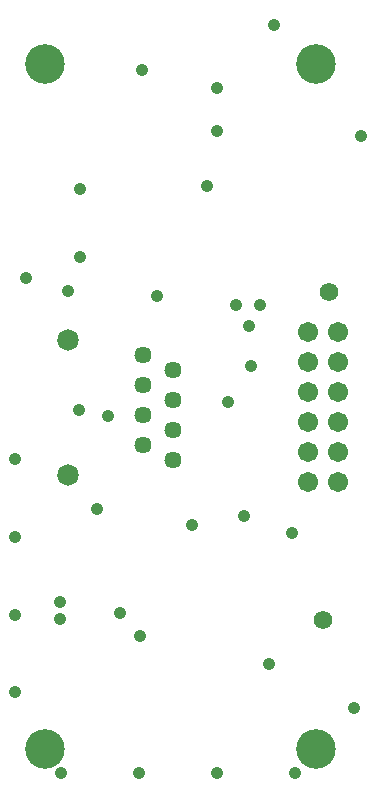
<source format=gbr>
G04 DesignSpark PCB PRO Gerber Version 10.0 Build 5299*
G04 #@! TF.Part,Single*
G04 #@! TF.FileFunction,Soldermask,Bot*
G04 #@! TF.FilePolarity,Negative*
%FSLAX36Y36*%
%MOIN*%
G04 #@! TA.AperFunction,ViaPad*
%ADD10C,0.04143*%
G04 #@! TA.AperFunction,ComponentPad*
%ADD14C,0.05730*%
G04 #@! TA.AperFunction,ViaPad*
%ADD11C,0.06200*%
G04 #@! TA.AperFunction,ComponentPad*
%ADD13C,0.06702*%
%ADD15C,0.07194*%
G04 #@! TA.AperFunction,WasherPad*
%ADD12C,0.13198*%
G04 #@! TD.AperFunction*
X0Y0D02*
D02*
D10*
X181102Y429134D03*
Y688976D03*
Y948819D03*
Y1208661D03*
X216535Y1811024D03*
X330709Y673228D03*
Y732283D03*
X334646Y161417D03*
X358268Y1767717D03*
X393701Y1370079D03*
X397638Y1881890D03*
Y2106299D03*
X452756Y1039370D03*
X492126Y1350394D03*
X531496Y692913D03*
X594488Y161417D03*
X598425Y618110D03*
X602362Y2503937D03*
X653543Y1751969D03*
X771654Y988189D03*
X818898Y2118110D03*
X854331Y161417D03*
Y2299213D03*
Y2444882D03*
X889764Y1397205D03*
X917323Y1720472D03*
X944882Y1015748D03*
X960630Y1649606D03*
X968504Y1515748D03*
X996063Y1720472D03*
X1027559Y523622D03*
X1043307Y2653543D03*
X1102362Y960630D03*
X1114173Y161417D03*
X1311024Y377953D03*
X1334646Y2283465D03*
D02*
D11*
X1208661Y669291D03*
X1225787Y1765157D03*
D02*
D12*
X279528Y240157D03*
Y2523622D03*
X1185039Y240157D03*
Y2523622D03*
D02*
D13*
X1155906Y1131890D03*
Y1231890D03*
Y1331890D03*
Y1431890D03*
Y1531890D03*
Y1631890D03*
X1255906Y1131890D03*
Y1231890D03*
Y1331890D03*
Y1431890D03*
Y1531890D03*
Y1631890D03*
D02*
D14*
X606299Y1255118D03*
Y1355118D03*
Y1455118D03*
Y1555118D03*
X706299Y1205118D03*
Y1305118D03*
Y1405118D03*
Y1505118D03*
D02*
D15*
X356299Y1155079D03*
Y1605157D03*
X0Y0D02*
M02*

</source>
